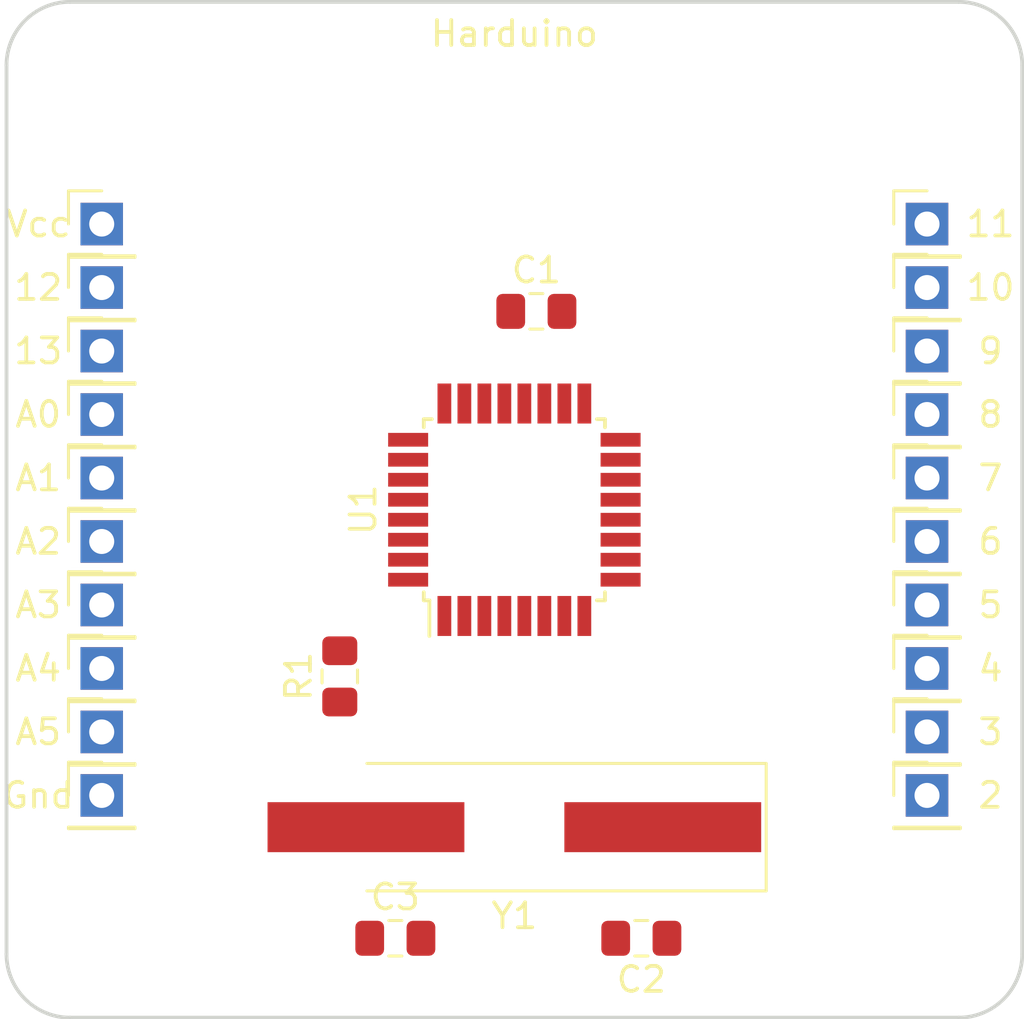
<source format=kicad_pcb>
(kicad_pcb (version 20171130) (host pcbnew "(5.1.4)-1")

  (general
    (thickness 1.6)
    (drawings 29)
    (tracks 0)
    (zones 0)
    (modules 30)
    (nets 28)
  )

  (page A4)
  (layers
    (0 F.Cu signal)
    (31 B.Cu signal)
    (32 B.Adhes user)
    (33 F.Adhes user)
    (34 B.Paste user)
    (35 F.Paste user)
    (36 B.SilkS user)
    (37 F.SilkS user)
    (38 B.Mask user)
    (39 F.Mask user)
    (40 Dwgs.User user)
    (41 Cmts.User user)
    (42 Eco1.User user)
    (43 Eco2.User user)
    (44 Edge.Cuts user)
    (45 Margin user)
    (46 B.CrtYd user)
    (47 F.CrtYd user)
    (48 B.Fab user)
    (49 F.Fab user)
  )

  (setup
    (last_trace_width 0.25)
    (trace_clearance 0.2)
    (zone_clearance 0.508)
    (zone_45_only no)
    (trace_min 0.2)
    (via_size 0.8)
    (via_drill 0.4)
    (via_min_size 0.4)
    (via_min_drill 0.3)
    (uvia_size 0.3)
    (uvia_drill 0.1)
    (uvias_allowed no)
    (uvia_min_size 0.2)
    (uvia_min_drill 0.1)
    (edge_width 0.05)
    (segment_width 0.2)
    (pcb_text_width 0.3)
    (pcb_text_size 1.5 1.5)
    (mod_edge_width 0.12)
    (mod_text_size 1 1)
    (mod_text_width 0.15)
    (pad_size 1.524 1.524)
    (pad_drill 0.762)
    (pad_to_mask_clearance 0.051)
    (solder_mask_min_width 0.25)
    (aux_axis_origin 0 0)
    (visible_elements 7FFFFFFF)
    (pcbplotparams
      (layerselection 0x010fc_ffffffff)
      (usegerberextensions false)
      (usegerberattributes false)
      (usegerberadvancedattributes false)
      (creategerberjobfile false)
      (excludeedgelayer true)
      (linewidth 0.100000)
      (plotframeref false)
      (viasonmask false)
      (mode 1)
      (useauxorigin false)
      (hpglpennumber 1)
      (hpglpenspeed 20)
      (hpglpendiameter 15.000000)
      (psnegative false)
      (psa4output false)
      (plotreference true)
      (plotvalue true)
      (plotinvisibletext false)
      (padsonsilk false)
      (subtractmaskfromsilk false)
      (outputformat 1)
      (mirror false)
      (drillshape 1)
      (scaleselection 1)
      (outputdirectory ""))
  )

  (net 0 "")
  (net 1 "Net-(J1-Pad1)")
  (net 2 "Net-(J2-Pad1)")
  (net 3 "Net-(J3-Pad1)")
  (net 4 "Net-(J4-Pad1)")
  (net 5 "Net-(J5-Pad1)")
  (net 6 "Net-(J6-Pad1)")
  (net 7 "Net-(J7-Pad1)")
  (net 8 "Net-(J8-Pad1)")
  (net 9 "Net-(J9-Pad1)")
  (net 10 "Net-(J10-Pad1)")
  (net 11 "Net-(J11-Pad1)")
  (net 12 "Net-(J12-Pad1)")
  (net 13 "Net-(J13-Pad1)")
  (net 14 "Net-(J14-Pad1)")
  (net 15 "Net-(J15-Pad1)")
  (net 16 "Net-(J16-Pad1)")
  (net 17 "Net-(J17-Pad1)")
  (net 18 "Net-(J18-Pad1)")
  (net 19 "Net-(C2-Pad1)")
  (net 20 "Net-(C3-Pad1)")
  (net 21 "Net-(R1-Pad2)")
  (net 22 "Net-(U1-Pad19)")
  (net 23 "Net-(U1-Pad22)")
  (net 24 "Net-(U1-Pad30)")
  (net 25 "Net-(U1-Pad31)")
  (net 26 GND)
  (net 27 VCC)

  (net_class Default "Это класс цепей по умолчанию."
    (clearance 0.2)
    (trace_width 0.25)
    (via_dia 0.8)
    (via_drill 0.4)
    (uvia_dia 0.3)
    (uvia_drill 0.1)
    (add_net GND)
    (add_net "Net-(C2-Pad1)")
    (add_net "Net-(C3-Pad1)")
    (add_net "Net-(J1-Pad1)")
    (add_net "Net-(J10-Pad1)")
    (add_net "Net-(J11-Pad1)")
    (add_net "Net-(J12-Pad1)")
    (add_net "Net-(J13-Pad1)")
    (add_net "Net-(J14-Pad1)")
    (add_net "Net-(J15-Pad1)")
    (add_net "Net-(J16-Pad1)")
    (add_net "Net-(J17-Pad1)")
    (add_net "Net-(J18-Pad1)")
    (add_net "Net-(J2-Pad1)")
    (add_net "Net-(J3-Pad1)")
    (add_net "Net-(J4-Pad1)")
    (add_net "Net-(J5-Pad1)")
    (add_net "Net-(J6-Pad1)")
    (add_net "Net-(J7-Pad1)")
    (add_net "Net-(J8-Pad1)")
    (add_net "Net-(J9-Pad1)")
    (add_net "Net-(R1-Pad2)")
    (add_net "Net-(U1-Pad19)")
    (add_net "Net-(U1-Pad22)")
    (add_net "Net-(U1-Pad30)")
    (add_net "Net-(U1-Pad31)")
    (add_net VCC)
  )

  (module MountingHole:MountingHole_3.2mm_M3 (layer F.Cu) (tedit 56D1B4CB) (tstamp 5D79781E)
    (at 92.71 54.61)
    (descr "Mounting Hole 3.2mm, no annular, M3")
    (tags "mounting hole 3.2mm no annular m3")
    (path /5D791BF4)
    (attr virtual)
    (fp_text reference H1 (at -3.81 -4.2) (layer F.SilkS) hide
      (effects (font (size 1 1) (thickness 0.15)))
    )
    (fp_text value MountingHole (at 2.54 -5.08) (layer F.Fab) hide
      (effects (font (size 1 1) (thickness 0.15)))
    )
    (fp_circle (center 0 0) (end 3.45 0) (layer F.CrtYd) (width 0.05))
    (fp_circle (center 0 0) (end 3.2 0) (layer Cmts.User) (width 0.15))
    (fp_text user %R (at 0.3 0) (layer F.Fab)
      (effects (font (size 1 1) (thickness 0.15)))
    )
    (pad 1 np_thru_hole circle (at 0 0) (size 3.2 3.2) (drill 3.2) (layers *.Cu *.Mask))
  )

  (module MountingHole:MountingHole_3.2mm_M3 (layer F.Cu) (tedit 56D1B4CB) (tstamp 5D797826)
    (at 92.71 87.63)
    (descr "Mounting Hole 3.2mm, no annular, M3")
    (tags "mounting hole 3.2mm no annular m3")
    (path /5D793188)
    (attr virtual)
    (fp_text reference H2 (at -3.81 3.81) (layer F.SilkS) hide
      (effects (font (size 1 1) (thickness 0.15)))
    )
    (fp_text value MountingHole (at 3.81 5.08) (layer F.Fab) hide
      (effects (font (size 1 1) (thickness 0.15)))
    )
    (fp_text user %R (at 0.3 0) (layer F.Fab)
      (effects (font (size 1 1) (thickness 0.15)))
    )
    (fp_circle (center 0 0) (end 3.2 0) (layer Cmts.User) (width 0.15))
    (fp_circle (center 0 0) (end 3.45 0) (layer F.CrtYd) (width 0.05))
    (pad 1 np_thru_hole circle (at 0 0) (size 3.2 3.2) (drill 3.2) (layers *.Cu *.Mask))
  )

  (module MountingHole:MountingHole_3.2mm_M3 (layer F.Cu) (tedit 56D1B4CB) (tstamp 5D79782E)
    (at 125.73 54.61)
    (descr "Mounting Hole 3.2mm, no annular, M3")
    (tags "mounting hole 3.2mm no annular m3")
    (path /5D793224)
    (attr virtual)
    (fp_text reference H3 (at 3.81 -3.81) (layer F.SilkS) hide
      (effects (font (size 1 1) (thickness 0.15)))
    )
    (fp_text value MountingHole (at -2.54 -5.08) (layer F.Fab) hide
      (effects (font (size 1 1) (thickness 0.15)))
    )
    (fp_circle (center 0 0) (end 3.45 0) (layer F.CrtYd) (width 0.05))
    (fp_circle (center 0 0) (end 3.2 0) (layer Cmts.User) (width 0.15))
    (fp_text user %R (at 0.3 0) (layer F.Fab)
      (effects (font (size 1 1) (thickness 0.15)))
    )
    (pad 1 np_thru_hole circle (at 0 0) (size 3.2 3.2) (drill 3.2) (layers *.Cu *.Mask))
  )

  (module MountingHole:MountingHole_3.2mm_M3 (layer F.Cu) (tedit 56D1B4CB) (tstamp 5D797836)
    (at 125.73 87.63)
    (descr "Mounting Hole 3.2mm, no annular, M3")
    (tags "mounting hole 3.2mm no annular m3")
    (path /5D7932CC)
    (attr virtual)
    (fp_text reference H4 (at 3.81 3.81) (layer F.SilkS) hide
      (effects (font (size 1 1) (thickness 0.15)))
    )
    (fp_text value MountingHole (at -5.08 5.08) (layer F.Fab) hide
      (effects (font (size 1 1) (thickness 0.15)))
    )
    (fp_text user %R (at 0 0) (layer F.Fab)
      (effects (font (size 1 1) (thickness 0.15)))
    )
    (fp_circle (center 0 0) (end 3.2 0) (layer Cmts.User) (width 0.15))
    (fp_circle (center 0 0) (end 3.45 0) (layer F.CrtYd) (width 0.05))
    (pad 1 np_thru_hole circle (at 0 0) (size 3.2 3.2) (drill 3.2) (layers *.Cu *.Mask))
  )

  (module Connector_PinHeader_2.54mm:PinHeader_1x01_P2.54mm_Vertical (layer F.Cu) (tedit 59FED5CC) (tstamp 5D79784B)
    (at 125.73 82.55)
    (descr "Through hole straight pin header, 1x01, 2.54mm pitch, single row")
    (tags "Through hole pin header THT 1x01 2.54mm single row")
    (path /5D793457)
    (fp_text reference J1 (at -2.54 0) (layer F.SilkS) hide
      (effects (font (size 1 1) (thickness 0.15)))
    )
    (fp_text value 2 (at 2.54 0) (layer F.Fab)
      (effects (font (size 1 1) (thickness 0.15)))
    )
    (fp_text user %R (at 0 0 90) (layer F.Fab)
      (effects (font (size 1 1) (thickness 0.15)))
    )
    (fp_line (start 1.8 -1.8) (end -1.8 -1.8) (layer F.CrtYd) (width 0.05))
    (fp_line (start 1.8 1.8) (end 1.8 -1.8) (layer F.CrtYd) (width 0.05))
    (fp_line (start -1.8 1.8) (end 1.8 1.8) (layer F.CrtYd) (width 0.05))
    (fp_line (start -1.8 -1.8) (end -1.8 1.8) (layer F.CrtYd) (width 0.05))
    (fp_line (start -1.33 -1.33) (end 0 -1.33) (layer F.SilkS) (width 0.12))
    (fp_line (start -1.33 0) (end -1.33 -1.33) (layer F.SilkS) (width 0.12))
    (fp_line (start -1.33 1.27) (end 1.33 1.27) (layer F.SilkS) (width 0.12))
    (fp_line (start 1.33 1.27) (end 1.33 1.33) (layer F.SilkS) (width 0.12))
    (fp_line (start -1.33 1.27) (end -1.33 1.33) (layer F.SilkS) (width 0.12))
    (fp_line (start -1.33 1.33) (end 1.33 1.33) (layer F.SilkS) (width 0.12))
    (fp_line (start -1.27 -0.635) (end -0.635 -1.27) (layer F.Fab) (width 0.1))
    (fp_line (start -1.27 1.27) (end -1.27 -0.635) (layer F.Fab) (width 0.1))
    (fp_line (start 1.27 1.27) (end -1.27 1.27) (layer F.Fab) (width 0.1))
    (fp_line (start 1.27 -1.27) (end 1.27 1.27) (layer F.Fab) (width 0.1))
    (fp_line (start -0.635 -1.27) (end 1.27 -1.27) (layer F.Fab) (width 0.1))
    (pad 1 thru_hole rect (at 0 0) (size 1.7 1.7) (drill 1) (layers *.Cu *.Mask)
      (net 1 "Net-(J1-Pad1)"))
    (model ${KISYS3DMOD}/Connector_PinHeader_2.54mm.3dshapes/PinHeader_1x01_P2.54mm_Vertical.wrl
      (at (xyz 0 0 0))
      (scale (xyz 1 1 1))
      (rotate (xyz 0 0 0))
    )
  )

  (module Connector_PinHeader_2.54mm:PinHeader_1x01_P2.54mm_Vertical (layer F.Cu) (tedit 59FED5CC) (tstamp 5D797860)
    (at 125.73 80.01)
    (descr "Through hole straight pin header, 1x01, 2.54mm pitch, single row")
    (tags "Through hole pin header THT 1x01 2.54mm single row")
    (path /5D794940)
    (fp_text reference J2 (at -2.54 0) (layer F.SilkS) hide
      (effects (font (size 1 1) (thickness 0.15)))
    )
    (fp_text value 3 (at 2.54 0) (layer F.Fab)
      (effects (font (size 1 1) (thickness 0.15)))
    )
    (fp_line (start -0.635 -1.27) (end 1.27 -1.27) (layer F.Fab) (width 0.1))
    (fp_line (start 1.27 -1.27) (end 1.27 1.27) (layer F.Fab) (width 0.1))
    (fp_line (start 1.27 1.27) (end -1.27 1.27) (layer F.Fab) (width 0.1))
    (fp_line (start -1.27 1.27) (end -1.27 -0.635) (layer F.Fab) (width 0.1))
    (fp_line (start -1.27 -0.635) (end -0.635 -1.27) (layer F.Fab) (width 0.1))
    (fp_line (start -1.33 1.33) (end 1.33 1.33) (layer F.SilkS) (width 0.12))
    (fp_line (start -1.33 1.27) (end -1.33 1.33) (layer F.SilkS) (width 0.12))
    (fp_line (start 1.33 1.27) (end 1.33 1.33) (layer F.SilkS) (width 0.12))
    (fp_line (start -1.33 1.27) (end 1.33 1.27) (layer F.SilkS) (width 0.12))
    (fp_line (start -1.33 0) (end -1.33 -1.33) (layer F.SilkS) (width 0.12))
    (fp_line (start -1.33 -1.33) (end 0 -1.33) (layer F.SilkS) (width 0.12))
    (fp_line (start -1.8 -1.8) (end -1.8 1.8) (layer F.CrtYd) (width 0.05))
    (fp_line (start -1.8 1.8) (end 1.8 1.8) (layer F.CrtYd) (width 0.05))
    (fp_line (start 1.8 1.8) (end 1.8 -1.8) (layer F.CrtYd) (width 0.05))
    (fp_line (start 1.8 -1.8) (end -1.8 -1.8) (layer F.CrtYd) (width 0.05))
    (fp_text user %R (at 0 0 90) (layer F.Fab)
      (effects (font (size 1 1) (thickness 0.15)))
    )
    (pad 1 thru_hole rect (at 0 0) (size 1.7 1.7) (drill 1) (layers *.Cu *.Mask)
      (net 2 "Net-(J2-Pad1)"))
    (model ${KISYS3DMOD}/Connector_PinHeader_2.54mm.3dshapes/PinHeader_1x01_P2.54mm_Vertical.wrl
      (at (xyz 0 0 0))
      (scale (xyz 1 1 1))
      (rotate (xyz 0 0 0))
    )
  )

  (module Connector_PinHeader_2.54mm:PinHeader_1x01_P2.54mm_Vertical (layer F.Cu) (tedit 59FED5CC) (tstamp 5D797875)
    (at 125.73 77.47)
    (descr "Through hole straight pin header, 1x01, 2.54mm pitch, single row")
    (tags "Through hole pin header THT 1x01 2.54mm single row")
    (path /5D794B32)
    (fp_text reference J3 (at -2.54 0) (layer F.SilkS) hide
      (effects (font (size 1 1) (thickness 0.15)))
    )
    (fp_text value 4 (at 2.54 0) (layer F.Fab)
      (effects (font (size 1 1) (thickness 0.15)))
    )
    (fp_text user %R (at 0 0 90) (layer F.Fab)
      (effects (font (size 1 1) (thickness 0.15)))
    )
    (fp_line (start 1.8 -1.8) (end -1.8 -1.8) (layer F.CrtYd) (width 0.05))
    (fp_line (start 1.8 1.8) (end 1.8 -1.8) (layer F.CrtYd) (width 0.05))
    (fp_line (start -1.8 1.8) (end 1.8 1.8) (layer F.CrtYd) (width 0.05))
    (fp_line (start -1.8 -1.8) (end -1.8 1.8) (layer F.CrtYd) (width 0.05))
    (fp_line (start -1.33 -1.33) (end 0 -1.33) (layer F.SilkS) (width 0.12))
    (fp_line (start -1.33 0) (end -1.33 -1.33) (layer F.SilkS) (width 0.12))
    (fp_line (start -1.33 1.27) (end 1.33 1.27) (layer F.SilkS) (width 0.12))
    (fp_line (start 1.33 1.27) (end 1.33 1.33) (layer F.SilkS) (width 0.12))
    (fp_line (start -1.33 1.27) (end -1.33 1.33) (layer F.SilkS) (width 0.12))
    (fp_line (start -1.33 1.33) (end 1.33 1.33) (layer F.SilkS) (width 0.12))
    (fp_line (start -1.27 -0.635) (end -0.635 -1.27) (layer F.Fab) (width 0.1))
    (fp_line (start -1.27 1.27) (end -1.27 -0.635) (layer F.Fab) (width 0.1))
    (fp_line (start 1.27 1.27) (end -1.27 1.27) (layer F.Fab) (width 0.1))
    (fp_line (start 1.27 -1.27) (end 1.27 1.27) (layer F.Fab) (width 0.1))
    (fp_line (start -0.635 -1.27) (end 1.27 -1.27) (layer F.Fab) (width 0.1))
    (pad 1 thru_hole rect (at 0 0) (size 1.7 1.7) (drill 1) (layers *.Cu *.Mask)
      (net 3 "Net-(J3-Pad1)"))
    (model ${KISYS3DMOD}/Connector_PinHeader_2.54mm.3dshapes/PinHeader_1x01_P2.54mm_Vertical.wrl
      (at (xyz 0 0 0))
      (scale (xyz 1 1 1))
      (rotate (xyz 0 0 0))
    )
  )

  (module Connector_PinHeader_2.54mm:PinHeader_1x01_P2.54mm_Vertical (layer F.Cu) (tedit 59FED5CC) (tstamp 5D79788A)
    (at 125.73 74.93)
    (descr "Through hole straight pin header, 1x01, 2.54mm pitch, single row")
    (tags "Through hole pin header THT 1x01 2.54mm single row")
    (path /5D794C66)
    (fp_text reference J4 (at -2.54 0) (layer F.SilkS) hide
      (effects (font (size 1 1) (thickness 0.15)))
    )
    (fp_text value 5 (at 2.54 0) (layer F.Fab)
      (effects (font (size 1 1) (thickness 0.15)))
    )
    (fp_line (start -0.635 -1.27) (end 1.27 -1.27) (layer F.Fab) (width 0.1))
    (fp_line (start 1.27 -1.27) (end 1.27 1.27) (layer F.Fab) (width 0.1))
    (fp_line (start 1.27 1.27) (end -1.27 1.27) (layer F.Fab) (width 0.1))
    (fp_line (start -1.27 1.27) (end -1.27 -0.635) (layer F.Fab) (width 0.1))
    (fp_line (start -1.27 -0.635) (end -0.635 -1.27) (layer F.Fab) (width 0.1))
    (fp_line (start -1.33 1.33) (end 1.33 1.33) (layer F.SilkS) (width 0.12))
    (fp_line (start -1.33 1.27) (end -1.33 1.33) (layer F.SilkS) (width 0.12))
    (fp_line (start 1.33 1.27) (end 1.33 1.33) (layer F.SilkS) (width 0.12))
    (fp_line (start -1.33 1.27) (end 1.33 1.27) (layer F.SilkS) (width 0.12))
    (fp_line (start -1.33 0) (end -1.33 -1.33) (layer F.SilkS) (width 0.12))
    (fp_line (start -1.33 -1.33) (end 0 -1.33) (layer F.SilkS) (width 0.12))
    (fp_line (start -1.8 -1.8) (end -1.8 1.8) (layer F.CrtYd) (width 0.05))
    (fp_line (start -1.8 1.8) (end 1.8 1.8) (layer F.CrtYd) (width 0.05))
    (fp_line (start 1.8 1.8) (end 1.8 -1.8) (layer F.CrtYd) (width 0.05))
    (fp_line (start 1.8 -1.8) (end -1.8 -1.8) (layer F.CrtYd) (width 0.05))
    (fp_text user %R (at 0 0 90) (layer F.Fab)
      (effects (font (size 1 1) (thickness 0.15)))
    )
    (pad 1 thru_hole rect (at 0 0) (size 1.7 1.7) (drill 1) (layers *.Cu *.Mask)
      (net 4 "Net-(J4-Pad1)"))
    (model ${KISYS3DMOD}/Connector_PinHeader_2.54mm.3dshapes/PinHeader_1x01_P2.54mm_Vertical.wrl
      (at (xyz 0 0 0))
      (scale (xyz 1 1 1))
      (rotate (xyz 0 0 0))
    )
  )

  (module Connector_PinHeader_2.54mm:PinHeader_1x01_P2.54mm_Vertical (layer F.Cu) (tedit 59FED5CC) (tstamp 5D79789F)
    (at 125.73 72.39)
    (descr "Through hole straight pin header, 1x01, 2.54mm pitch, single row")
    (tags "Through hole pin header THT 1x01 2.54mm single row")
    (path /5D794EF4)
    (fp_text reference J5 (at -2.54 0) (layer F.SilkS) hide
      (effects (font (size 1 1) (thickness 0.15)))
    )
    (fp_text value 6 (at 2.54 0) (layer F.Fab)
      (effects (font (size 1 1) (thickness 0.15)))
    )
    (fp_text user %R (at 0 0 90) (layer F.Fab)
      (effects (font (size 1 1) (thickness 0.15)))
    )
    (fp_line (start 1.8 -1.8) (end -1.8 -1.8) (layer F.CrtYd) (width 0.05))
    (fp_line (start 1.8 1.8) (end 1.8 -1.8) (layer F.CrtYd) (width 0.05))
    (fp_line (start -1.8 1.8) (end 1.8 1.8) (layer F.CrtYd) (width 0.05))
    (fp_line (start -1.8 -1.8) (end -1.8 1.8) (layer F.CrtYd) (width 0.05))
    (fp_line (start -1.33 -1.33) (end 0 -1.33) (layer F.SilkS) (width 0.12))
    (fp_line (start -1.33 0) (end -1.33 -1.33) (layer F.SilkS) (width 0.12))
    (fp_line (start -1.33 1.27) (end 1.33 1.27) (layer F.SilkS) (width 0.12))
    (fp_line (start 1.33 1.27) (end 1.33 1.33) (layer F.SilkS) (width 0.12))
    (fp_line (start -1.33 1.27) (end -1.33 1.33) (layer F.SilkS) (width 0.12))
    (fp_line (start -1.33 1.33) (end 1.33 1.33) (layer F.SilkS) (width 0.12))
    (fp_line (start -1.27 -0.635) (end -0.635 -1.27) (layer F.Fab) (width 0.1))
    (fp_line (start -1.27 1.27) (end -1.27 -0.635) (layer F.Fab) (width 0.1))
    (fp_line (start 1.27 1.27) (end -1.27 1.27) (layer F.Fab) (width 0.1))
    (fp_line (start 1.27 -1.27) (end 1.27 1.27) (layer F.Fab) (width 0.1))
    (fp_line (start -0.635 -1.27) (end 1.27 -1.27) (layer F.Fab) (width 0.1))
    (pad 1 thru_hole rect (at 0 0) (size 1.7 1.7) (drill 1) (layers *.Cu *.Mask)
      (net 5 "Net-(J5-Pad1)"))
    (model ${KISYS3DMOD}/Connector_PinHeader_2.54mm.3dshapes/PinHeader_1x01_P2.54mm_Vertical.wrl
      (at (xyz 0 0 0))
      (scale (xyz 1 1 1))
      (rotate (xyz 0 0 0))
    )
  )

  (module Connector_PinHeader_2.54mm:PinHeader_1x01_P2.54mm_Vertical (layer F.Cu) (tedit 59FED5CC) (tstamp 5D7978B4)
    (at 125.73 69.85)
    (descr "Through hole straight pin header, 1x01, 2.54mm pitch, single row")
    (tags "Through hole pin header THT 1x01 2.54mm single row")
    (path /5D795168)
    (fp_text reference J6 (at -2.54 0) (layer F.SilkS) hide
      (effects (font (size 1 1) (thickness 0.15)))
    )
    (fp_text value 7 (at 2.54 0) (layer F.Fab)
      (effects (font (size 1 1) (thickness 0.15)))
    )
    (fp_line (start -0.635 -1.27) (end 1.27 -1.27) (layer F.Fab) (width 0.1))
    (fp_line (start 1.27 -1.27) (end 1.27 1.27) (layer F.Fab) (width 0.1))
    (fp_line (start 1.27 1.27) (end -1.27 1.27) (layer F.Fab) (width 0.1))
    (fp_line (start -1.27 1.27) (end -1.27 -0.635) (layer F.Fab) (width 0.1))
    (fp_line (start -1.27 -0.635) (end -0.635 -1.27) (layer F.Fab) (width 0.1))
    (fp_line (start -1.33 1.33) (end 1.33 1.33) (layer F.SilkS) (width 0.12))
    (fp_line (start -1.33 1.27) (end -1.33 1.33) (layer F.SilkS) (width 0.12))
    (fp_line (start 1.33 1.27) (end 1.33 1.33) (layer F.SilkS) (width 0.12))
    (fp_line (start -1.33 1.27) (end 1.33 1.27) (layer F.SilkS) (width 0.12))
    (fp_line (start -1.33 0) (end -1.33 -1.33) (layer F.SilkS) (width 0.12))
    (fp_line (start -1.33 -1.33) (end 0 -1.33) (layer F.SilkS) (width 0.12))
    (fp_line (start -1.8 -1.8) (end -1.8 1.8) (layer F.CrtYd) (width 0.05))
    (fp_line (start -1.8 1.8) (end 1.8 1.8) (layer F.CrtYd) (width 0.05))
    (fp_line (start 1.8 1.8) (end 1.8 -1.8) (layer F.CrtYd) (width 0.05))
    (fp_line (start 1.8 -1.8) (end -1.8 -1.8) (layer F.CrtYd) (width 0.05))
    (fp_text user %R (at 0 0 90) (layer F.Fab)
      (effects (font (size 1 1) (thickness 0.15)))
    )
    (pad 1 thru_hole rect (at 0 0) (size 1.7 1.7) (drill 1) (layers *.Cu *.Mask)
      (net 6 "Net-(J6-Pad1)"))
    (model ${KISYS3DMOD}/Connector_PinHeader_2.54mm.3dshapes/PinHeader_1x01_P2.54mm_Vertical.wrl
      (at (xyz 0 0 0))
      (scale (xyz 1 1 1))
      (rotate (xyz 0 0 0))
    )
  )

  (module Connector_PinHeader_2.54mm:PinHeader_1x01_P2.54mm_Vertical (layer F.Cu) (tedit 59FED5CC) (tstamp 5D7978C9)
    (at 125.73 67.31)
    (descr "Through hole straight pin header, 1x01, 2.54mm pitch, single row")
    (tags "Through hole pin header THT 1x01 2.54mm single row")
    (path /5D795340)
    (fp_text reference J7 (at -2.54 0) (layer F.SilkS) hide
      (effects (font (size 1 1) (thickness 0.15)))
    )
    (fp_text value 8 (at 2.54 0) (layer F.Fab)
      (effects (font (size 1 1) (thickness 0.15)))
    )
    (fp_text user %R (at 0 0 90) (layer F.Fab)
      (effects (font (size 1 1) (thickness 0.15)))
    )
    (fp_line (start 1.8 -1.8) (end -1.8 -1.8) (layer F.CrtYd) (width 0.05))
    (fp_line (start 1.8 1.8) (end 1.8 -1.8) (layer F.CrtYd) (width 0.05))
    (fp_line (start -1.8 1.8) (end 1.8 1.8) (layer F.CrtYd) (width 0.05))
    (fp_line (start -1.8 -1.8) (end -1.8 1.8) (layer F.CrtYd) (width 0.05))
    (fp_line (start -1.33 -1.33) (end 0 -1.33) (layer F.SilkS) (width 0.12))
    (fp_line (start -1.33 0) (end -1.33 -1.33) (layer F.SilkS) (width 0.12))
    (fp_line (start -1.33 1.27) (end 1.33 1.27) (layer F.SilkS) (width 0.12))
    (fp_line (start 1.33 1.27) (end 1.33 1.33) (layer F.SilkS) (width 0.12))
    (fp_line (start -1.33 1.27) (end -1.33 1.33) (layer F.SilkS) (width 0.12))
    (fp_line (start -1.33 1.33) (end 1.33 1.33) (layer F.SilkS) (width 0.12))
    (fp_line (start -1.27 -0.635) (end -0.635 -1.27) (layer F.Fab) (width 0.1))
    (fp_line (start -1.27 1.27) (end -1.27 -0.635) (layer F.Fab) (width 0.1))
    (fp_line (start 1.27 1.27) (end -1.27 1.27) (layer F.Fab) (width 0.1))
    (fp_line (start 1.27 -1.27) (end 1.27 1.27) (layer F.Fab) (width 0.1))
    (fp_line (start -0.635 -1.27) (end 1.27 -1.27) (layer F.Fab) (width 0.1))
    (pad 1 thru_hole rect (at 0 0) (size 1.7 1.7) (drill 1) (layers *.Cu *.Mask)
      (net 7 "Net-(J7-Pad1)"))
    (model ${KISYS3DMOD}/Connector_PinHeader_2.54mm.3dshapes/PinHeader_1x01_P2.54mm_Vertical.wrl
      (at (xyz 0 0 0))
      (scale (xyz 1 1 1))
      (rotate (xyz 0 0 0))
    )
  )

  (module Connector_PinHeader_2.54mm:PinHeader_1x01_P2.54mm_Vertical (layer F.Cu) (tedit 59FED5CC) (tstamp 5D7978DE)
    (at 125.73 64.77)
    (descr "Through hole straight pin header, 1x01, 2.54mm pitch, single row")
    (tags "Through hole pin header THT 1x01 2.54mm single row")
    (path /5D7955DE)
    (fp_text reference J8 (at -2.54 0) (layer F.SilkS) hide
      (effects (font (size 1 1) (thickness 0.15)))
    )
    (fp_text value 9 (at 2.54 0) (layer F.Fab)
      (effects (font (size 1 1) (thickness 0.15)))
    )
    (fp_line (start -0.635 -1.27) (end 1.27 -1.27) (layer F.Fab) (width 0.1))
    (fp_line (start 1.27 -1.27) (end 1.27 1.27) (layer F.Fab) (width 0.1))
    (fp_line (start 1.27 1.27) (end -1.27 1.27) (layer F.Fab) (width 0.1))
    (fp_line (start -1.27 1.27) (end -1.27 -0.635) (layer F.Fab) (width 0.1))
    (fp_line (start -1.27 -0.635) (end -0.635 -1.27) (layer F.Fab) (width 0.1))
    (fp_line (start -1.33 1.33) (end 1.33 1.33) (layer F.SilkS) (width 0.12))
    (fp_line (start -1.33 1.27) (end -1.33 1.33) (layer F.SilkS) (width 0.12))
    (fp_line (start 1.33 1.27) (end 1.33 1.33) (layer F.SilkS) (width 0.12))
    (fp_line (start -1.33 1.27) (end 1.33 1.27) (layer F.SilkS) (width 0.12))
    (fp_line (start -1.33 0) (end -1.33 -1.33) (layer F.SilkS) (width 0.12))
    (fp_line (start -1.33 -1.33) (end 0 -1.33) (layer F.SilkS) (width 0.12))
    (fp_line (start -1.8 -1.8) (end -1.8 1.8) (layer F.CrtYd) (width 0.05))
    (fp_line (start -1.8 1.8) (end 1.8 1.8) (layer F.CrtYd) (width 0.05))
    (fp_line (start 1.8 1.8) (end 1.8 -1.8) (layer F.CrtYd) (width 0.05))
    (fp_line (start 1.8 -1.8) (end -1.8 -1.8) (layer F.CrtYd) (width 0.05))
    (fp_text user %R (at 0 0 90) (layer F.Fab)
      (effects (font (size 1 1) (thickness 0.15)))
    )
    (pad 1 thru_hole rect (at 0 0) (size 1.7 1.7) (drill 1) (layers *.Cu *.Mask)
      (net 8 "Net-(J8-Pad1)"))
    (model ${KISYS3DMOD}/Connector_PinHeader_2.54mm.3dshapes/PinHeader_1x01_P2.54mm_Vertical.wrl
      (at (xyz 0 0 0))
      (scale (xyz 1 1 1))
      (rotate (xyz 0 0 0))
    )
  )

  (module Connector_PinHeader_2.54mm:PinHeader_1x01_P2.54mm_Vertical (layer F.Cu) (tedit 59FED5CC) (tstamp 5D7978F3)
    (at 125.73 62.23)
    (descr "Through hole straight pin header, 1x01, 2.54mm pitch, single row")
    (tags "Through hole pin header THT 1x01 2.54mm single row")
    (path /5D7957DA)
    (fp_text reference J9 (at -2.54 0) (layer F.SilkS) hide
      (effects (font (size 1 1) (thickness 0.15)))
    )
    (fp_text value 10 (at 2.54 0) (layer F.Fab)
      (effects (font (size 1 1) (thickness 0.15)))
    )
    (fp_text user %R (at 0 0 90) (layer F.Fab)
      (effects (font (size 1 1) (thickness 0.15)))
    )
    (fp_line (start 1.8 -1.8) (end -1.8 -1.8) (layer F.CrtYd) (width 0.05))
    (fp_line (start 1.8 1.8) (end 1.8 -1.8) (layer F.CrtYd) (width 0.05))
    (fp_line (start -1.8 1.8) (end 1.8 1.8) (layer F.CrtYd) (width 0.05))
    (fp_line (start -1.8 -1.8) (end -1.8 1.8) (layer F.CrtYd) (width 0.05))
    (fp_line (start -1.33 -1.33) (end 0 -1.33) (layer F.SilkS) (width 0.12))
    (fp_line (start -1.33 0) (end -1.33 -1.33) (layer F.SilkS) (width 0.12))
    (fp_line (start -1.33 1.27) (end 1.33 1.27) (layer F.SilkS) (width 0.12))
    (fp_line (start 1.33 1.27) (end 1.33 1.33) (layer F.SilkS) (width 0.12))
    (fp_line (start -1.33 1.27) (end -1.33 1.33) (layer F.SilkS) (width 0.12))
    (fp_line (start -1.33 1.33) (end 1.33 1.33) (layer F.SilkS) (width 0.12))
    (fp_line (start -1.27 -0.635) (end -0.635 -1.27) (layer F.Fab) (width 0.1))
    (fp_line (start -1.27 1.27) (end -1.27 -0.635) (layer F.Fab) (width 0.1))
    (fp_line (start 1.27 1.27) (end -1.27 1.27) (layer F.Fab) (width 0.1))
    (fp_line (start 1.27 -1.27) (end 1.27 1.27) (layer F.Fab) (width 0.1))
    (fp_line (start -0.635 -1.27) (end 1.27 -1.27) (layer F.Fab) (width 0.1))
    (pad 1 thru_hole rect (at 0 0) (size 1.7 1.7) (drill 1) (layers *.Cu *.Mask)
      (net 9 "Net-(J9-Pad1)"))
    (model ${KISYS3DMOD}/Connector_PinHeader_2.54mm.3dshapes/PinHeader_1x01_P2.54mm_Vertical.wrl
      (at (xyz 0 0 0))
      (scale (xyz 1 1 1))
      (rotate (xyz 0 0 0))
    )
  )

  (module Connector_PinHeader_2.54mm:PinHeader_1x01_P2.54mm_Vertical (layer F.Cu) (tedit 59FED5CC) (tstamp 5D797908)
    (at 125.73 59.69)
    (descr "Through hole straight pin header, 1x01, 2.54mm pitch, single row")
    (tags "Through hole pin header THT 1x01 2.54mm single row")
    (path /5D795810)
    (fp_text reference J10 (at -2.54 0) (layer F.SilkS) hide
      (effects (font (size 1 1) (thickness 0.15)))
    )
    (fp_text value 11 (at 2.54 0) (layer F.Fab)
      (effects (font (size 1 1) (thickness 0.15)))
    )
    (fp_line (start -0.635 -1.27) (end 1.27 -1.27) (layer F.Fab) (width 0.1))
    (fp_line (start 1.27 -1.27) (end 1.27 1.27) (layer F.Fab) (width 0.1))
    (fp_line (start 1.27 1.27) (end -1.27 1.27) (layer F.Fab) (width 0.1))
    (fp_line (start -1.27 1.27) (end -1.27 -0.635) (layer F.Fab) (width 0.1))
    (fp_line (start -1.27 -0.635) (end -0.635 -1.27) (layer F.Fab) (width 0.1))
    (fp_line (start -1.33 1.33) (end 1.33 1.33) (layer F.SilkS) (width 0.12))
    (fp_line (start -1.33 1.27) (end -1.33 1.33) (layer F.SilkS) (width 0.12))
    (fp_line (start 1.33 1.27) (end 1.33 1.33) (layer F.SilkS) (width 0.12))
    (fp_line (start -1.33 1.27) (end 1.33 1.27) (layer F.SilkS) (width 0.12))
    (fp_line (start -1.33 0) (end -1.33 -1.33) (layer F.SilkS) (width 0.12))
    (fp_line (start -1.33 -1.33) (end 0 -1.33) (layer F.SilkS) (width 0.12))
    (fp_line (start -1.8 -1.8) (end -1.8 1.8) (layer F.CrtYd) (width 0.05))
    (fp_line (start -1.8 1.8) (end 1.8 1.8) (layer F.CrtYd) (width 0.05))
    (fp_line (start 1.8 1.8) (end 1.8 -1.8) (layer F.CrtYd) (width 0.05))
    (fp_line (start 1.8 -1.8) (end -1.8 -1.8) (layer F.CrtYd) (width 0.05))
    (fp_text user %R (at 0 0 90) (layer F.Fab)
      (effects (font (size 1 1) (thickness 0.15)))
    )
    (pad 1 thru_hole rect (at 0 0) (size 1.7 1.7) (drill 1) (layers *.Cu *.Mask)
      (net 10 "Net-(J10-Pad1)"))
    (model ${KISYS3DMOD}/Connector_PinHeader_2.54mm.3dshapes/PinHeader_1x01_P2.54mm_Vertical.wrl
      (at (xyz 0 0 0))
      (scale (xyz 1 1 1))
      (rotate (xyz 0 0 0))
    )
  )

  (module Connector_PinHeader_2.54mm:PinHeader_1x01_P2.54mm_Vertical (layer F.Cu) (tedit 59FED5CC) (tstamp 5D79791D)
    (at 92.71 62.23)
    (descr "Through hole straight pin header, 1x01, 2.54mm pitch, single row")
    (tags "Through hole pin header THT 1x01 2.54mm single row")
    (path /5D7959D6)
    (fp_text reference J11 (at 3.175 0) (layer F.SilkS) hide
      (effects (font (size 1 1) (thickness 0.15)))
    )
    (fp_text value 12 (at -2.54 0) (layer F.Fab)
      (effects (font (size 1 1) (thickness 0.15)))
    )
    (fp_text user %R (at 0 0 90) (layer F.Fab)
      (effects (font (size 1 1) (thickness 0.15)))
    )
    (fp_line (start 1.8 -1.8) (end -1.8 -1.8) (layer F.CrtYd) (width 0.05))
    (fp_line (start 1.8 1.8) (end 1.8 -1.8) (layer F.CrtYd) (width 0.05))
    (fp_line (start -1.8 1.8) (end 1.8 1.8) (layer F.CrtYd) (width 0.05))
    (fp_line (start -1.8 -1.8) (end -1.8 1.8) (layer F.CrtYd) (width 0.05))
    (fp_line (start -1.33 -1.33) (end 0 -1.33) (layer F.SilkS) (width 0.12))
    (fp_line (start -1.33 0) (end -1.33 -1.33) (layer F.SilkS) (width 0.12))
    (fp_line (start -1.33 1.27) (end 1.33 1.27) (layer F.SilkS) (width 0.12))
    (fp_line (start 1.33 1.27) (end 1.33 1.33) (layer F.SilkS) (width 0.12))
    (fp_line (start -1.33 1.27) (end -1.33 1.33) (layer F.SilkS) (width 0.12))
    (fp_line (start -1.33 1.33) (end 1.33 1.33) (layer F.SilkS) (width 0.12))
    (fp_line (start -1.27 -0.635) (end -0.635 -1.27) (layer F.Fab) (width 0.1))
    (fp_line (start -1.27 1.27) (end -1.27 -0.635) (layer F.Fab) (width 0.1))
    (fp_line (start 1.27 1.27) (end -1.27 1.27) (layer F.Fab) (width 0.1))
    (fp_line (start 1.27 -1.27) (end 1.27 1.27) (layer F.Fab) (width 0.1))
    (fp_line (start -0.635 -1.27) (end 1.27 -1.27) (layer F.Fab) (width 0.1))
    (pad 1 thru_hole rect (at 0 0) (size 1.7 1.7) (drill 1) (layers *.Cu *.Mask)
      (net 11 "Net-(J11-Pad1)"))
    (model ${KISYS3DMOD}/Connector_PinHeader_2.54mm.3dshapes/PinHeader_1x01_P2.54mm_Vertical.wrl
      (at (xyz 0 0 0))
      (scale (xyz 1 1 1))
      (rotate (xyz 0 0 0))
    )
  )

  (module Connector_PinHeader_2.54mm:PinHeader_1x01_P2.54mm_Vertical (layer F.Cu) (tedit 59FED5CC) (tstamp 5D797932)
    (at 92.71 64.77)
    (descr "Through hole straight pin header, 1x01, 2.54mm pitch, single row")
    (tags "Through hole pin header THT 1x01 2.54mm single row")
    (path /5D79744D)
    (fp_text reference J12 (at 3.175 0) (layer F.SilkS) hide
      (effects (font (size 1 1) (thickness 0.15)))
    )
    (fp_text value 13 (at -2.54 0) (layer F.Fab)
      (effects (font (size 1 1) (thickness 0.15)))
    )
    (fp_line (start -0.635 -1.27) (end 1.27 -1.27) (layer F.Fab) (width 0.1))
    (fp_line (start 1.27 -1.27) (end 1.27 1.27) (layer F.Fab) (width 0.1))
    (fp_line (start 1.27 1.27) (end -1.27 1.27) (layer F.Fab) (width 0.1))
    (fp_line (start -1.27 1.27) (end -1.27 -0.635) (layer F.Fab) (width 0.1))
    (fp_line (start -1.27 -0.635) (end -0.635 -1.27) (layer F.Fab) (width 0.1))
    (fp_line (start -1.33 1.33) (end 1.33 1.33) (layer F.SilkS) (width 0.12))
    (fp_line (start -1.33 1.27) (end -1.33 1.33) (layer F.SilkS) (width 0.12))
    (fp_line (start 1.33 1.27) (end 1.33 1.33) (layer F.SilkS) (width 0.12))
    (fp_line (start -1.33 1.27) (end 1.33 1.27) (layer F.SilkS) (width 0.12))
    (fp_line (start -1.33 0) (end -1.33 -1.33) (layer F.SilkS) (width 0.12))
    (fp_line (start -1.33 -1.33) (end 0 -1.33) (layer F.SilkS) (width 0.12))
    (fp_line (start -1.8 -1.8) (end -1.8 1.8) (layer F.CrtYd) (width 0.05))
    (fp_line (start -1.8 1.8) (end 1.8 1.8) (layer F.CrtYd) (width 0.05))
    (fp_line (start 1.8 1.8) (end 1.8 -1.8) (layer F.CrtYd) (width 0.05))
    (fp_line (start 1.8 -1.8) (end -1.8 -1.8) (layer F.CrtYd) (width 0.05))
    (fp_text user %R (at 0 0 90) (layer F.Fab)
      (effects (font (size 1 1) (thickness 0.15)))
    )
    (pad 1 thru_hole rect (at 0 0) (size 1.7 1.7) (drill 1) (layers *.Cu *.Mask)
      (net 12 "Net-(J12-Pad1)"))
    (model ${KISYS3DMOD}/Connector_PinHeader_2.54mm.3dshapes/PinHeader_1x01_P2.54mm_Vertical.wrl
      (at (xyz 0 0 0))
      (scale (xyz 1 1 1))
      (rotate (xyz 0 0 0))
    )
  )

  (module Connector_PinHeader_2.54mm:PinHeader_1x01_P2.54mm_Vertical (layer F.Cu) (tedit 59FED5CC) (tstamp 5D797947)
    (at 92.71 67.31)
    (descr "Through hole straight pin header, 1x01, 2.54mm pitch, single row")
    (tags "Through hole pin header THT 1x01 2.54mm single row")
    (path /5D795BCF)
    (fp_text reference J13 (at 3.175 0) (layer F.SilkS) hide
      (effects (font (size 1 1) (thickness 0.15)))
    )
    (fp_text value A0 (at -2.54 0) (layer F.Fab)
      (effects (font (size 1 1) (thickness 0.15)))
    )
    (fp_line (start -0.635 -1.27) (end 1.27 -1.27) (layer F.Fab) (width 0.1))
    (fp_line (start 1.27 -1.27) (end 1.27 1.27) (layer F.Fab) (width 0.1))
    (fp_line (start 1.27 1.27) (end -1.27 1.27) (layer F.Fab) (width 0.1))
    (fp_line (start -1.27 1.27) (end -1.27 -0.635) (layer F.Fab) (width 0.1))
    (fp_line (start -1.27 -0.635) (end -0.635 -1.27) (layer F.Fab) (width 0.1))
    (fp_line (start -1.33 1.33) (end 1.33 1.33) (layer F.SilkS) (width 0.12))
    (fp_line (start -1.33 1.27) (end -1.33 1.33) (layer F.SilkS) (width 0.12))
    (fp_line (start 1.33 1.27) (end 1.33 1.33) (layer F.SilkS) (width 0.12))
    (fp_line (start -1.33 1.27) (end 1.33 1.27) (layer F.SilkS) (width 0.12))
    (fp_line (start -1.33 0) (end -1.33 -1.33) (layer F.SilkS) (width 0.12))
    (fp_line (start -1.33 -1.33) (end 0 -1.33) (layer F.SilkS) (width 0.12))
    (fp_line (start -1.8 -1.8) (end -1.8 1.8) (layer F.CrtYd) (width 0.05))
    (fp_line (start -1.8 1.8) (end 1.8 1.8) (layer F.CrtYd) (width 0.05))
    (fp_line (start 1.8 1.8) (end 1.8 -1.8) (layer F.CrtYd) (width 0.05))
    (fp_line (start 1.8 -1.8) (end -1.8 -1.8) (layer F.CrtYd) (width 0.05))
    (fp_text user %R (at 0 0 90) (layer F.Fab)
      (effects (font (size 1 1) (thickness 0.15)))
    )
    (pad 1 thru_hole rect (at 0 0) (size 1.7 1.7) (drill 1) (layers *.Cu *.Mask)
      (net 13 "Net-(J13-Pad1)"))
    (model ${KISYS3DMOD}/Connector_PinHeader_2.54mm.3dshapes/PinHeader_1x01_P2.54mm_Vertical.wrl
      (at (xyz 0 0 0))
      (scale (xyz 1 1 1))
      (rotate (xyz 0 0 0))
    )
  )

  (module Connector_PinHeader_2.54mm:PinHeader_1x01_P2.54mm_Vertical (layer F.Cu) (tedit 59FED5CC) (tstamp 5D79795C)
    (at 92.71 69.85)
    (descr "Through hole straight pin header, 1x01, 2.54mm pitch, single row")
    (tags "Through hole pin header THT 1x01 2.54mm single row")
    (path /5D7961B8)
    (fp_text reference J14 (at 3.175 0) (layer F.SilkS) hide
      (effects (font (size 1 1) (thickness 0.15)))
    )
    (fp_text value A1 (at -2.54 0) (layer F.Fab)
      (effects (font (size 1 1) (thickness 0.15)))
    )
    (fp_text user %R (at 0 0 90) (layer F.Fab)
      (effects (font (size 1 1) (thickness 0.15)))
    )
    (fp_line (start 1.8 -1.8) (end -1.8 -1.8) (layer F.CrtYd) (width 0.05))
    (fp_line (start 1.8 1.8) (end 1.8 -1.8) (layer F.CrtYd) (width 0.05))
    (fp_line (start -1.8 1.8) (end 1.8 1.8) (layer F.CrtYd) (width 0.05))
    (fp_line (start -1.8 -1.8) (end -1.8 1.8) (layer F.CrtYd) (width 0.05))
    (fp_line (start -1.33 -1.33) (end 0 -1.33) (layer F.SilkS) (width 0.12))
    (fp_line (start -1.33 0) (end -1.33 -1.33) (layer F.SilkS) (width 0.12))
    (fp_line (start -1.33 1.27) (end 1.33 1.27) (layer F.SilkS) (width 0.12))
    (fp_line (start 1.33 1.27) (end 1.33 1.33) (layer F.SilkS) (width 0.12))
    (fp_line (start -1.33 1.27) (end -1.33 1.33) (layer F.SilkS) (width 0.12))
    (fp_line (start -1.33 1.33) (end 1.33 1.33) (layer F.SilkS) (width 0.12))
    (fp_line (start -1.27 -0.635) (end -0.635 -1.27) (layer F.Fab) (width 0.1))
    (fp_line (start -1.27 1.27) (end -1.27 -0.635) (layer F.Fab) (width 0.1))
    (fp_line (start 1.27 1.27) (end -1.27 1.27) (layer F.Fab) (width 0.1))
    (fp_line (start 1.27 -1.27) (end 1.27 1.27) (layer F.Fab) (width 0.1))
    (fp_line (start -0.635 -1.27) (end 1.27 -1.27) (layer F.Fab) (width 0.1))
    (pad 1 thru_hole rect (at 0 0) (size 1.7 1.7) (drill 1) (layers *.Cu *.Mask)
      (net 14 "Net-(J14-Pad1)"))
    (model ${KISYS3DMOD}/Connector_PinHeader_2.54mm.3dshapes/PinHeader_1x01_P2.54mm_Vertical.wrl
      (at (xyz 0 0 0))
      (scale (xyz 1 1 1))
      (rotate (xyz 0 0 0))
    )
  )

  (module Connector_PinHeader_2.54mm:PinHeader_1x01_P2.54mm_Vertical (layer F.Cu) (tedit 59FED5CC) (tstamp 5D797971)
    (at 92.71 72.39)
    (descr "Through hole straight pin header, 1x01, 2.54mm pitch, single row")
    (tags "Through hole pin header THT 1x01 2.54mm single row")
    (path /5D7963EC)
    (fp_text reference J15 (at 3.175 0) (layer F.SilkS) hide
      (effects (font (size 1 1) (thickness 0.15)))
    )
    (fp_text value A2 (at -2.54 0) (layer F.Fab)
      (effects (font (size 1 1) (thickness 0.15)))
    )
    (fp_line (start -0.635 -1.27) (end 1.27 -1.27) (layer F.Fab) (width 0.1))
    (fp_line (start 1.27 -1.27) (end 1.27 1.27) (layer F.Fab) (width 0.1))
    (fp_line (start 1.27 1.27) (end -1.27 1.27) (layer F.Fab) (width 0.1))
    (fp_line (start -1.27 1.27) (end -1.27 -0.635) (layer F.Fab) (width 0.1))
    (fp_line (start -1.27 -0.635) (end -0.635 -1.27) (layer F.Fab) (width 0.1))
    (fp_line (start -1.33 1.33) (end 1.33 1.33) (layer F.SilkS) (width 0.12))
    (fp_line (start -1.33 1.27) (end -1.33 1.33) (layer F.SilkS) (width 0.12))
    (fp_line (start 1.33 1.27) (end 1.33 1.33) (layer F.SilkS) (width 0.12))
    (fp_line (start -1.33 1.27) (end 1.33 1.27) (layer F.SilkS) (width 0.12))
    (fp_line (start -1.33 0) (end -1.33 -1.33) (layer F.SilkS) (width 0.12))
    (fp_line (start -1.33 -1.33) (end 0 -1.33) (layer F.SilkS) (width 0.12))
    (fp_line (start -1.8 -1.8) (end -1.8 1.8) (layer F.CrtYd) (width 0.05))
    (fp_line (start -1.8 1.8) (end 1.8 1.8) (layer F.CrtYd) (width 0.05))
    (fp_line (start 1.8 1.8) (end 1.8 -1.8) (layer F.CrtYd) (width 0.05))
    (fp_line (start 1.8 -1.8) (end -1.8 -1.8) (layer F.CrtYd) (width 0.05))
    (fp_text user %R (at 0 0 90) (layer F.Fab)
      (effects (font (size 1 1) (thickness 0.15)))
    )
    (pad 1 thru_hole rect (at 0 0) (size 1.7 1.7) (drill 1) (layers *.Cu *.Mask)
      (net 15 "Net-(J15-Pad1)"))
    (model ${KISYS3DMOD}/Connector_PinHeader_2.54mm.3dshapes/PinHeader_1x01_P2.54mm_Vertical.wrl
      (at (xyz 0 0 0))
      (scale (xyz 1 1 1))
      (rotate (xyz 0 0 0))
    )
  )

  (module Connector_PinHeader_2.54mm:PinHeader_1x01_P2.54mm_Vertical (layer F.Cu) (tedit 59FED5CC) (tstamp 5D797986)
    (at 92.71 74.93)
    (descr "Through hole straight pin header, 1x01, 2.54mm pitch, single row")
    (tags "Through hole pin header THT 1x01 2.54mm single row")
    (path /5D7965E2)
    (fp_text reference J16 (at 3.175 0) (layer F.SilkS) hide
      (effects (font (size 1 1) (thickness 0.15)))
    )
    (fp_text value A3 (at -2.54 0) (layer F.Fab)
      (effects (font (size 1 1) (thickness 0.15)))
    )
    (fp_text user %R (at 0 0 90) (layer F.Fab)
      (effects (font (size 1 1) (thickness 0.15)))
    )
    (fp_line (start 1.8 -1.8) (end -1.8 -1.8) (layer F.CrtYd) (width 0.05))
    (fp_line (start 1.8 1.8) (end 1.8 -1.8) (layer F.CrtYd) (width 0.05))
    (fp_line (start -1.8 1.8) (end 1.8 1.8) (layer F.CrtYd) (width 0.05))
    (fp_line (start -1.8 -1.8) (end -1.8 1.8) (layer F.CrtYd) (width 0.05))
    (fp_line (start -1.33 -1.33) (end 0 -1.33) (layer F.SilkS) (width 0.12))
    (fp_line (start -1.33 0) (end -1.33 -1.33) (layer F.SilkS) (width 0.12))
    (fp_line (start -1.33 1.27) (end 1.33 1.27) (layer F.SilkS) (width 0.12))
    (fp_line (start 1.33 1.27) (end 1.33 1.33) (layer F.SilkS) (width 0.12))
    (fp_line (start -1.33 1.27) (end -1.33 1.33) (layer F.SilkS) (width 0.12))
    (fp_line (start -1.33 1.33) (end 1.33 1.33) (layer F.SilkS) (width 0.12))
    (fp_line (start -1.27 -0.635) (end -0.635 -1.27) (layer F.Fab) (width 0.1))
    (fp_line (start -1.27 1.27) (end -1.27 -0.635) (layer F.Fab) (width 0.1))
    (fp_line (start 1.27 1.27) (end -1.27 1.27) (layer F.Fab) (width 0.1))
    (fp_line (start 1.27 -1.27) (end 1.27 1.27) (layer F.Fab) (width 0.1))
    (fp_line (start -0.635 -1.27) (end 1.27 -1.27) (layer F.Fab) (width 0.1))
    (pad 1 thru_hole rect (at 0 0) (size 1.7 1.7) (drill 1) (layers *.Cu *.Mask)
      (net 16 "Net-(J16-Pad1)"))
    (model ${KISYS3DMOD}/Connector_PinHeader_2.54mm.3dshapes/PinHeader_1x01_P2.54mm_Vertical.wrl
      (at (xyz 0 0 0))
      (scale (xyz 1 1 1))
      (rotate (xyz 0 0 0))
    )
  )

  (module Connector_PinHeader_2.54mm:PinHeader_1x01_P2.54mm_Vertical (layer F.Cu) (tedit 59FED5CC) (tstamp 5D79799B)
    (at 92.71 77.47)
    (descr "Through hole straight pin header, 1x01, 2.54mm pitch, single row")
    (tags "Through hole pin header THT 1x01 2.54mm single row")
    (path /5D796826)
    (fp_text reference J17 (at 3.175 0) (layer F.SilkS) hide
      (effects (font (size 1 1) (thickness 0.15)))
    )
    (fp_text value A4 (at -2.54 0) (layer F.Fab)
      (effects (font (size 1 1) (thickness 0.15)))
    )
    (fp_line (start -0.635 -1.27) (end 1.27 -1.27) (layer F.Fab) (width 0.1))
    (fp_line (start 1.27 -1.27) (end 1.27 1.27) (layer F.Fab) (width 0.1))
    (fp_line (start 1.27 1.27) (end -1.27 1.27) (layer F.Fab) (width 0.1))
    (fp_line (start -1.27 1.27) (end -1.27 -0.635) (layer F.Fab) (width 0.1))
    (fp_line (start -1.27 -0.635) (end -0.635 -1.27) (layer F.Fab) (width 0.1))
    (fp_line (start -1.33 1.33) (end 1.33 1.33) (layer F.SilkS) (width 0.12))
    (fp_line (start -1.33 1.27) (end -1.33 1.33) (layer F.SilkS) (width 0.12))
    (fp_line (start 1.33 1.27) (end 1.33 1.33) (layer F.SilkS) (width 0.12))
    (fp_line (start -1.33 1.27) (end 1.33 1.27) (layer F.SilkS) (width 0.12))
    (fp_line (start -1.33 0) (end -1.33 -1.33) (layer F.SilkS) (width 0.12))
    (fp_line (start -1.33 -1.33) (end 0 -1.33) (layer F.SilkS) (width 0.12))
    (fp_line (start -1.8 -1.8) (end -1.8 1.8) (layer F.CrtYd) (width 0.05))
    (fp_line (start -1.8 1.8) (end 1.8 1.8) (layer F.CrtYd) (width 0.05))
    (fp_line (start 1.8 1.8) (end 1.8 -1.8) (layer F.CrtYd) (width 0.05))
    (fp_line (start 1.8 -1.8) (end -1.8 -1.8) (layer F.CrtYd) (width 0.05))
    (fp_text user %R (at 0 0 90) (layer F.Fab)
      (effects (font (size 1 1) (thickness 0.15)))
    )
    (pad 1 thru_hole rect (at 0 0) (size 1.7 1.7) (drill 1) (layers *.Cu *.Mask)
      (net 17 "Net-(J17-Pad1)"))
    (model ${KISYS3DMOD}/Connector_PinHeader_2.54mm.3dshapes/PinHeader_1x01_P2.54mm_Vertical.wrl
      (at (xyz 0 0 0))
      (scale (xyz 1 1 1))
      (rotate (xyz 0 0 0))
    )
  )

  (module Connector_PinHeader_2.54mm:PinHeader_1x01_P2.54mm_Vertical (layer F.Cu) (tedit 59FED5CC) (tstamp 5D7979B0)
    (at 92.71 80.01)
    (descr "Through hole straight pin header, 1x01, 2.54mm pitch, single row")
    (tags "Through hole pin header THT 1x01 2.54mm single row")
    (path /5D796A8E)
    (fp_text reference J18 (at 3.175 0) (layer F.SilkS) hide
      (effects (font (size 1 1) (thickness 0.15)))
    )
    (fp_text value A5 (at -2.54 0) (layer F.Fab)
      (effects (font (size 1 1) (thickness 0.15)))
    )
    (fp_text user %R (at 0 0 90) (layer F.Fab)
      (effects (font (size 1 1) (thickness 0.15)))
    )
    (fp_line (start 1.8 -1.8) (end -1.8 -1.8) (layer F.CrtYd) (width 0.05))
    (fp_line (start 1.8 1.8) (end 1.8 -1.8) (layer F.CrtYd) (width 0.05))
    (fp_line (start -1.8 1.8) (end 1.8 1.8) (layer F.CrtYd) (width 0.05))
    (fp_line (start -1.8 -1.8) (end -1.8 1.8) (layer F.CrtYd) (width 0.05))
    (fp_line (start -1.33 -1.33) (end 0 -1.33) (layer F.SilkS) (width 0.12))
    (fp_line (start -1.33 0) (end -1.33 -1.33) (layer F.SilkS) (width 0.12))
    (fp_line (start -1.33 1.27) (end 1.33 1.27) (layer F.SilkS) (width 0.12))
    (fp_line (start 1.33 1.27) (end 1.33 1.33) (layer F.SilkS) (width 0.12))
    (fp_line (start -1.33 1.27) (end -1.33 1.33) (layer F.SilkS) (width 0.12))
    (fp_line (start -1.33 1.33) (end 1.33 1.33) (layer F.SilkS) (width 0.12))
    (fp_line (start -1.27 -0.635) (end -0.635 -1.27) (layer F.Fab) (width 0.1))
    (fp_line (start -1.27 1.27) (end -1.27 -0.635) (layer F.Fab) (width 0.1))
    (fp_line (start 1.27 1.27) (end -1.27 1.27) (layer F.Fab) (width 0.1))
    (fp_line (start 1.27 -1.27) (end 1.27 1.27) (layer F.Fab) (width 0.1))
    (fp_line (start -0.635 -1.27) (end 1.27 -1.27) (layer F.Fab) (width 0.1))
    (pad 1 thru_hole rect (at 0 0) (size 1.7 1.7) (drill 1) (layers *.Cu *.Mask)
      (net 18 "Net-(J18-Pad1)"))
    (model ${KISYS3DMOD}/Connector_PinHeader_2.54mm.3dshapes/PinHeader_1x01_P2.54mm_Vertical.wrl
      (at (xyz 0 0 0))
      (scale (xyz 1 1 1))
      (rotate (xyz 0 0 0))
    )
  )

  (module Connector_PinHeader_2.54mm:PinHeader_1x01_P2.54mm_Vertical (layer F.Cu) (tedit 59FED5CC) (tstamp 5D7979C5)
    (at 92.71 59.69)
    (descr "Through hole straight pin header, 1x01, 2.54mm pitch, single row")
    (tags "Through hole pin header THT 1x01 2.54mm single row")
    (path /5D796E8E)
    (fp_text reference J19 (at 3.175 0) (layer F.SilkS) hide
      (effects (font (size 1 1) (thickness 0.15)))
    )
    (fp_text value Vcc (at -2.54 0) (layer F.Fab)
      (effects (font (size 1 1) (thickness 0.15)))
    )
    (fp_line (start -0.635 -1.27) (end 1.27 -1.27) (layer F.Fab) (width 0.1))
    (fp_line (start 1.27 -1.27) (end 1.27 1.27) (layer F.Fab) (width 0.1))
    (fp_line (start 1.27 1.27) (end -1.27 1.27) (layer F.Fab) (width 0.1))
    (fp_line (start -1.27 1.27) (end -1.27 -0.635) (layer F.Fab) (width 0.1))
    (fp_line (start -1.27 -0.635) (end -0.635 -1.27) (layer F.Fab) (width 0.1))
    (fp_line (start -1.33 1.33) (end 1.33 1.33) (layer F.SilkS) (width 0.12))
    (fp_line (start -1.33 1.27) (end -1.33 1.33) (layer F.SilkS) (width 0.12))
    (fp_line (start 1.33 1.27) (end 1.33 1.33) (layer F.SilkS) (width 0.12))
    (fp_line (start -1.33 1.27) (end 1.33 1.27) (layer F.SilkS) (width 0.12))
    (fp_line (start -1.33 0) (end -1.33 -1.33) (layer F.SilkS) (width 0.12))
    (fp_line (start -1.33 -1.33) (end 0 -1.33) (layer F.SilkS) (width 0.12))
    (fp_line (start -1.8 -1.8) (end -1.8 1.8) (layer F.CrtYd) (width 0.05))
    (fp_line (start -1.8 1.8) (end 1.8 1.8) (layer F.CrtYd) (width 0.05))
    (fp_line (start 1.8 1.8) (end 1.8 -1.8) (layer F.CrtYd) (width 0.05))
    (fp_line (start 1.8 -1.8) (end -1.8 -1.8) (layer F.CrtYd) (width 0.05))
    (fp_text user %R (at 0 0 90) (layer F.Fab)
      (effects (font (size 1 1) (thickness 0.15)))
    )
    (pad 1 thru_hole rect (at 0 0) (size 1.7 1.7) (drill 1) (layers *.Cu *.Mask)
      (net 27 VCC))
    (model ${KISYS3DMOD}/Connector_PinHeader_2.54mm.3dshapes/PinHeader_1x01_P2.54mm_Vertical.wrl
      (at (xyz 0 0 0))
      (scale (xyz 1 1 1))
      (rotate (xyz 0 0 0))
    )
  )

  (module Connector_PinHeader_2.54mm:PinHeader_1x01_P2.54mm_Vertical (layer F.Cu) (tedit 59FED5CC) (tstamp 5D7979DA)
    (at 92.71 82.55)
    (descr "Through hole straight pin header, 1x01, 2.54mm pitch, single row")
    (tags "Through hole pin header THT 1x01 2.54mm single row")
    (path /5D796F9E)
    (fp_text reference J20 (at 3.175 0) (layer F.SilkS) hide
      (effects (font (size 1 1) (thickness 0.15)))
    )
    (fp_text value Gnd (at -2.54 0) (layer F.Fab)
      (effects (font (size 1 1) (thickness 0.15)))
    )
    (fp_text user %R (at 0 0 90) (layer F.Fab)
      (effects (font (size 1 1) (thickness 0.15)))
    )
    (fp_line (start 1.8 -1.8) (end -1.8 -1.8) (layer F.CrtYd) (width 0.05))
    (fp_line (start 1.8 1.8) (end 1.8 -1.8) (layer F.CrtYd) (width 0.05))
    (fp_line (start -1.8 1.8) (end 1.8 1.8) (layer F.CrtYd) (width 0.05))
    (fp_line (start -1.8 -1.8) (end -1.8 1.8) (layer F.CrtYd) (width 0.05))
    (fp_line (start -1.33 -1.33) (end 0 -1.33) (layer F.SilkS) (width 0.12))
    (fp_line (start -1.33 0) (end -1.33 -1.33) (layer F.SilkS) (width 0.12))
    (fp_line (start -1.33 1.27) (end 1.33 1.27) (layer F.SilkS) (width 0.12))
    (fp_line (start 1.33 1.27) (end 1.33 1.33) (layer F.SilkS) (width 0.12))
    (fp_line (start -1.33 1.27) (end -1.33 1.33) (layer F.SilkS) (width 0.12))
    (fp_line (start -1.33 1.33) (end 1.33 1.33) (layer F.SilkS) (width 0.12))
    (fp_line (start -1.27 -0.635) (end -0.635 -1.27) (layer F.Fab) (width 0.1))
    (fp_line (start -1.27 1.27) (end -1.27 -0.635) (layer F.Fab) (width 0.1))
    (fp_line (start 1.27 1.27) (end -1.27 1.27) (layer F.Fab) (width 0.1))
    (fp_line (start 1.27 -1.27) (end 1.27 1.27) (layer F.Fab) (width 0.1))
    (fp_line (start -0.635 -1.27) (end 1.27 -1.27) (layer F.Fab) (width 0.1))
    (pad 1 thru_hole rect (at 0 0) (size 1.7 1.7) (drill 1) (layers *.Cu *.Mask)
      (net 26 GND))
    (model ${KISYS3DMOD}/Connector_PinHeader_2.54mm.3dshapes/PinHeader_1x01_P2.54mm_Vertical.wrl
      (at (xyz 0 0 0))
      (scale (xyz 1 1 1))
      (rotate (xyz 0 0 0))
    )
  )

  (module Capacitor_SMD:C_0805_2012Metric_Pad1.15x1.40mm_HandSolder (layer F.Cu) (tedit 5B36C52B) (tstamp 5D8CF347)
    (at 110.1 63.1825)
    (descr "Capacitor SMD 0805 (2012 Metric), square (rectangular) end terminal, IPC_7351 nominal with elongated pad for handsoldering. (Body size source: https://docs.google.com/spreadsheets/d/1BsfQQcO9C6DZCsRaXUlFlo91Tg2WpOkGARC1WS5S8t0/edit?usp=sharing), generated with kicad-footprint-generator")
    (tags "capacitor handsolder")
    (path /5D8D057F)
    (attr smd)
    (fp_text reference C1 (at 0 -1.65) (layer F.SilkS)
      (effects (font (size 1 1) (thickness 0.15)))
    )
    (fp_text value C (at 0 1.65) (layer F.Fab)
      (effects (font (size 1 1) (thickness 0.15)))
    )
    (fp_line (start -1 0.6) (end -1 -0.6) (layer F.Fab) (width 0.1))
    (fp_line (start -1 -0.6) (end 1 -0.6) (layer F.Fab) (width 0.1))
    (fp_line (start 1 -0.6) (end 1 0.6) (layer F.Fab) (width 0.1))
    (fp_line (start 1 0.6) (end -1 0.6) (layer F.Fab) (width 0.1))
    (fp_line (start -0.261252 -0.71) (end 0.261252 -0.71) (layer F.SilkS) (width 0.12))
    (fp_line (start -0.261252 0.71) (end 0.261252 0.71) (layer F.SilkS) (width 0.12))
    (fp_line (start -1.85 0.95) (end -1.85 -0.95) (layer F.CrtYd) (width 0.05))
    (fp_line (start -1.85 -0.95) (end 1.85 -0.95) (layer F.CrtYd) (width 0.05))
    (fp_line (start 1.85 -0.95) (end 1.85 0.95) (layer F.CrtYd) (width 0.05))
    (fp_line (start 1.85 0.95) (end -1.85 0.95) (layer F.CrtYd) (width 0.05))
    (fp_text user %R (at 0 0) (layer F.Fab)
      (effects (font (size 0.5 0.5) (thickness 0.08)))
    )
    (pad 1 smd roundrect (at -1.025 0) (size 1.15 1.4) (layers F.Cu F.Paste F.Mask) (roundrect_rratio 0.217391)
      (net 26 GND))
    (pad 2 smd roundrect (at 1.025 0) (size 1.15 1.4) (layers F.Cu F.Paste F.Mask) (roundrect_rratio 0.217391)
      (net 27 VCC))
    (model ${KISYS3DMOD}/Capacitor_SMD.3dshapes/C_0805_2012Metric.wrl
      (at (xyz 0 0 0))
      (scale (xyz 1 1 1))
      (rotate (xyz 0 0 0))
    )
  )

  (module Capacitor_SMD:C_0805_2012Metric_Pad1.15x1.40mm_HandSolder (layer F.Cu) (tedit 5B36C52B) (tstamp 5D8CF358)
    (at 114.3 88.265 180)
    (descr "Capacitor SMD 0805 (2012 Metric), square (rectangular) end terminal, IPC_7351 nominal with elongated pad for handsoldering. (Body size source: https://docs.google.com/spreadsheets/d/1BsfQQcO9C6DZCsRaXUlFlo91Tg2WpOkGARC1WS5S8t0/edit?usp=sharing), generated with kicad-footprint-generator")
    (tags "capacitor handsolder")
    (path /5D8CFC41)
    (attr smd)
    (fp_text reference C2 (at 0 -1.65) (layer F.SilkS)
      (effects (font (size 1 1) (thickness 0.15)))
    )
    (fp_text value C (at 0 1.65) (layer F.Fab)
      (effects (font (size 1 1) (thickness 0.15)))
    )
    (fp_line (start -1 0.6) (end -1 -0.6) (layer F.Fab) (width 0.1))
    (fp_line (start -1 -0.6) (end 1 -0.6) (layer F.Fab) (width 0.1))
    (fp_line (start 1 -0.6) (end 1 0.6) (layer F.Fab) (width 0.1))
    (fp_line (start 1 0.6) (end -1 0.6) (layer F.Fab) (width 0.1))
    (fp_line (start -0.261252 -0.71) (end 0.261252 -0.71) (layer F.SilkS) (width 0.12))
    (fp_line (start -0.261252 0.71) (end 0.261252 0.71) (layer F.SilkS) (width 0.12))
    (fp_line (start -1.85 0.95) (end -1.85 -0.95) (layer F.CrtYd) (width 0.05))
    (fp_line (start -1.85 -0.95) (end 1.85 -0.95) (layer F.CrtYd) (width 0.05))
    (fp_line (start 1.85 -0.95) (end 1.85 0.95) (layer F.CrtYd) (width 0.05))
    (fp_line (start 1.85 0.95) (end -1.85 0.95) (layer F.CrtYd) (width 0.05))
    (fp_text user %R (at 0 0) (layer F.Fab)
      (effects (font (size 0.5 0.5) (thickness 0.08)))
    )
    (pad 1 smd roundrect (at -1.025 0 180) (size 1.15 1.4) (layers F.Cu F.Paste F.Mask) (roundrect_rratio 0.217391)
      (net 19 "Net-(C2-Pad1)"))
    (pad 2 smd roundrect (at 1.025 0 180) (size 1.15 1.4) (layers F.Cu F.Paste F.Mask) (roundrect_rratio 0.217391)
      (net 26 GND))
    (model ${KISYS3DMOD}/Capacitor_SMD.3dshapes/C_0805_2012Metric.wrl
      (at (xyz 0 0 0))
      (scale (xyz 1 1 1))
      (rotate (xyz 0 0 0))
    )
  )

  (module Capacitor_SMD:C_0805_2012Metric_Pad1.15x1.40mm_HandSolder (layer F.Cu) (tedit 5B36C52B) (tstamp 5D8CF369)
    (at 104.4575 88.265)
    (descr "Capacitor SMD 0805 (2012 Metric), square (rectangular) end terminal, IPC_7351 nominal with elongated pad for handsoldering. (Body size source: https://docs.google.com/spreadsheets/d/1BsfQQcO9C6DZCsRaXUlFlo91Tg2WpOkGARC1WS5S8t0/edit?usp=sharing), generated with kicad-footprint-generator")
    (tags "capacitor handsolder")
    (path /5D8D01AE)
    (attr smd)
    (fp_text reference C3 (at 0 -1.65) (layer F.SilkS)
      (effects (font (size 1 1) (thickness 0.15)))
    )
    (fp_text value C (at 0 1.65) (layer F.Fab)
      (effects (font (size 1 1) (thickness 0.15)))
    )
    (fp_text user %R (at 0 0) (layer F.Fab)
      (effects (font (size 0.5 0.5) (thickness 0.08)))
    )
    (fp_line (start 1.85 0.95) (end -1.85 0.95) (layer F.CrtYd) (width 0.05))
    (fp_line (start 1.85 -0.95) (end 1.85 0.95) (layer F.CrtYd) (width 0.05))
    (fp_line (start -1.85 -0.95) (end 1.85 -0.95) (layer F.CrtYd) (width 0.05))
    (fp_line (start -1.85 0.95) (end -1.85 -0.95) (layer F.CrtYd) (width 0.05))
    (fp_line (start -0.261252 0.71) (end 0.261252 0.71) (layer F.SilkS) (width 0.12))
    (fp_line (start -0.261252 -0.71) (end 0.261252 -0.71) (layer F.SilkS) (width 0.12))
    (fp_line (start 1 0.6) (end -1 0.6) (layer F.Fab) (width 0.1))
    (fp_line (start 1 -0.6) (end 1 0.6) (layer F.Fab) (width 0.1))
    (fp_line (start -1 -0.6) (end 1 -0.6) (layer F.Fab) (width 0.1))
    (fp_line (start -1 0.6) (end -1 -0.6) (layer F.Fab) (width 0.1))
    (pad 2 smd roundrect (at 1.025 0) (size 1.15 1.4) (layers F.Cu F.Paste F.Mask) (roundrect_rratio 0.217391)
      (net 26 GND))
    (pad 1 smd roundrect (at -1.025 0) (size 1.15 1.4) (layers F.Cu F.Paste F.Mask) (roundrect_rratio 0.217391)
      (net 20 "Net-(C3-Pad1)"))
    (model ${KISYS3DMOD}/Capacitor_SMD.3dshapes/C_0805_2012Metric.wrl
      (at (xyz 0 0 0))
      (scale (xyz 1 1 1))
      (rotate (xyz 0 0 0))
    )
  )

  (module Resistor_SMD:R_0805_2012Metric_Pad1.15x1.40mm_HandSolder (layer F.Cu) (tedit 5B36C52B) (tstamp 5D8CF37A)
    (at 102.235 77.7875 90)
    (descr "Resistor SMD 0805 (2012 Metric), square (rectangular) end terminal, IPC_7351 nominal with elongated pad for handsoldering. (Body size source: https://docs.google.com/spreadsheets/d/1BsfQQcO9C6DZCsRaXUlFlo91Tg2WpOkGARC1WS5S8t0/edit?usp=sharing), generated with kicad-footprint-generator")
    (tags "resistor handsolder")
    (path /5D8D12B4)
    (attr smd)
    (fp_text reference R1 (at 0 -1.65 90) (layer F.SilkS)
      (effects (font (size 1 1) (thickness 0.15)))
    )
    (fp_text value 10k (at 0 1.65 90) (layer F.Fab)
      (effects (font (size 1 1) (thickness 0.15)))
    )
    (fp_line (start -1 0.6) (end -1 -0.6) (layer F.Fab) (width 0.1))
    (fp_line (start -1 -0.6) (end 1 -0.6) (layer F.Fab) (width 0.1))
    (fp_line (start 1 -0.6) (end 1 0.6) (layer F.Fab) (width 0.1))
    (fp_line (start 1 0.6) (end -1 0.6) (layer F.Fab) (width 0.1))
    (fp_line (start -0.261252 -0.71) (end 0.261252 -0.71) (layer F.SilkS) (width 0.12))
    (fp_line (start -0.261252 0.71) (end 0.261252 0.71) (layer F.SilkS) (width 0.12))
    (fp_line (start -1.85 0.95) (end -1.85 -0.95) (layer F.CrtYd) (width 0.05))
    (fp_line (start -1.85 -0.95) (end 1.85 -0.95) (layer F.CrtYd) (width 0.05))
    (fp_line (start 1.85 -0.95) (end 1.85 0.95) (layer F.CrtYd) (width 0.05))
    (fp_line (start 1.85 0.95) (end -1.85 0.95) (layer F.CrtYd) (width 0.05))
    (fp_text user %R (at 0 0 90) (layer F.Fab)
      (effects (font (size 0.5 0.5) (thickness 0.08)))
    )
    (pad 1 smd roundrect (at -1.025 0 90) (size 1.15 1.4) (layers F.Cu F.Paste F.Mask) (roundrect_rratio 0.217391)
      (net 27 VCC))
    (pad 2 smd roundrect (at 1.025 0 90) (size 1.15 1.4) (layers F.Cu F.Paste F.Mask) (roundrect_rratio 0.217391)
      (net 21 "Net-(R1-Pad2)"))
    (model ${KISYS3DMOD}/Resistor_SMD.3dshapes/R_0805_2012Metric.wrl
      (at (xyz 0 0 0))
      (scale (xyz 1 1 1))
      (rotate (xyz 0 0 0))
    )
  )

  (module Package_QFP:TQFP-32_7x7mm_P0.8mm (layer F.Cu) (tedit 5A02F146) (tstamp 5D8CF3B1)
    (at 109.22 71.12 90)
    (descr "32-Lead Plastic Thin Quad Flatpack (PT) - 7x7x1.0 mm Body, 2.00 mm [TQFP] (see Microchip Packaging Specification 00000049BS.pdf)")
    (tags "QFP 0.8")
    (path /5D8CAD7F)
    (attr smd)
    (fp_text reference U1 (at 0 -6.05 90) (layer F.SilkS)
      (effects (font (size 1 1) (thickness 0.15)))
    )
    (fp_text value ATmega328P-AU (at 0 6.05 90) (layer F.Fab)
      (effects (font (size 1 1) (thickness 0.15)))
    )
    (fp_text user %R (at 0 0 90) (layer F.Fab)
      (effects (font (size 1 1) (thickness 0.15)))
    )
    (fp_line (start -2.5 -3.5) (end 3.5 -3.5) (layer F.Fab) (width 0.15))
    (fp_line (start 3.5 -3.5) (end 3.5 3.5) (layer F.Fab) (width 0.15))
    (fp_line (start 3.5 3.5) (end -3.5 3.5) (layer F.Fab) (width 0.15))
    (fp_line (start -3.5 3.5) (end -3.5 -2.5) (layer F.Fab) (width 0.15))
    (fp_line (start -3.5 -2.5) (end -2.5 -3.5) (layer F.Fab) (width 0.15))
    (fp_line (start -5.3 -5.3) (end -5.3 5.3) (layer F.CrtYd) (width 0.05))
    (fp_line (start 5.3 -5.3) (end 5.3 5.3) (layer F.CrtYd) (width 0.05))
    (fp_line (start -5.3 -5.3) (end 5.3 -5.3) (layer F.CrtYd) (width 0.05))
    (fp_line (start -5.3 5.3) (end 5.3 5.3) (layer F.CrtYd) (width 0.05))
    (fp_line (start -3.625 -3.625) (end -3.625 -3.4) (layer F.SilkS) (width 0.15))
    (fp_line (start 3.625 -3.625) (end 3.625 -3.3) (layer F.SilkS) (width 0.15))
    (fp_line (start 3.625 3.625) (end 3.625 3.3) (layer F.SilkS) (width 0.15))
    (fp_line (start -3.625 3.625) (end -3.625 3.3) (layer F.SilkS) (width 0.15))
    (fp_line (start -3.625 -3.625) (end -3.3 -3.625) (layer F.SilkS) (width 0.15))
    (fp_line (start -3.625 3.625) (end -3.3 3.625) (layer F.SilkS) (width 0.15))
    (fp_line (start 3.625 3.625) (end 3.3 3.625) (layer F.SilkS) (width 0.15))
    (fp_line (start 3.625 -3.625) (end 3.3 -3.625) (layer F.SilkS) (width 0.15))
    (fp_line (start -3.625 -3.4) (end -5.05 -3.4) (layer F.SilkS) (width 0.15))
    (pad 1 smd rect (at -4.25 -2.8 90) (size 1.6 0.55) (layers F.Cu F.Paste F.Mask)
      (net 2 "Net-(J2-Pad1)"))
    (pad 2 smd rect (at -4.25 -2 90) (size 1.6 0.55) (layers F.Cu F.Paste F.Mask)
      (net 3 "Net-(J3-Pad1)"))
    (pad 3 smd rect (at -4.25 -1.2 90) (size 1.6 0.55) (layers F.Cu F.Paste F.Mask)
      (net 26 GND))
    (pad 4 smd rect (at -4.25 -0.4 90) (size 1.6 0.55) (layers F.Cu F.Paste F.Mask)
      (net 27 VCC))
    (pad 5 smd rect (at -4.25 0.4 90) (size 1.6 0.55) (layers F.Cu F.Paste F.Mask)
      (net 26 GND))
    (pad 6 smd rect (at -4.25 1.2 90) (size 1.6 0.55) (layers F.Cu F.Paste F.Mask)
      (net 27 VCC))
    (pad 7 smd rect (at -4.25 2 90) (size 1.6 0.55) (layers F.Cu F.Paste F.Mask)
      (net 20 "Net-(C3-Pad1)"))
    (pad 8 smd rect (at -4.25 2.8 90) (size 1.6 0.55) (layers F.Cu F.Paste F.Mask)
      (net 19 "Net-(C2-Pad1)"))
    (pad 9 smd rect (at -2.8 4.25 180) (size 1.6 0.55) (layers F.Cu F.Paste F.Mask)
      (net 4 "Net-(J4-Pad1)"))
    (pad 10 smd rect (at -2 4.25 180) (size 1.6 0.55) (layers F.Cu F.Paste F.Mask)
      (net 5 "Net-(J5-Pad1)"))
    (pad 11 smd rect (at -1.2 4.25 180) (size 1.6 0.55) (layers F.Cu F.Paste F.Mask)
      (net 6 "Net-(J6-Pad1)"))
    (pad 12 smd rect (at -0.4 4.25 180) (size 1.6 0.55) (layers F.Cu F.Paste F.Mask)
      (net 7 "Net-(J7-Pad1)"))
    (pad 13 smd rect (at 0.4 4.25 180) (size 1.6 0.55) (layers F.Cu F.Paste F.Mask)
      (net 8 "Net-(J8-Pad1)"))
    (pad 14 smd rect (at 1.2 4.25 180) (size 1.6 0.55) (layers F.Cu F.Paste F.Mask)
      (net 9 "Net-(J9-Pad1)"))
    (pad 15 smd rect (at 2 4.25 180) (size 1.6 0.55) (layers F.Cu F.Paste F.Mask)
      (net 10 "Net-(J10-Pad1)"))
    (pad 16 smd rect (at 2.8 4.25 180) (size 1.6 0.55) (layers F.Cu F.Paste F.Mask)
      (net 11 "Net-(J11-Pad1)"))
    (pad 17 smd rect (at 4.25 2.8 90) (size 1.6 0.55) (layers F.Cu F.Paste F.Mask)
      (net 12 "Net-(J12-Pad1)"))
    (pad 18 smd rect (at 4.25 2 90) (size 1.6 0.55) (layers F.Cu F.Paste F.Mask)
      (net 27 VCC))
    (pad 19 smd rect (at 4.25 1.2 90) (size 1.6 0.55) (layers F.Cu F.Paste F.Mask)
      (net 22 "Net-(U1-Pad19)"))
    (pad 20 smd rect (at 4.25 0.4 90) (size 1.6 0.55) (layers F.Cu F.Paste F.Mask)
      (net 27 VCC))
    (pad 21 smd rect (at 4.25 -0.4 90) (size 1.6 0.55) (layers F.Cu F.Paste F.Mask)
      (net 26 GND))
    (pad 22 smd rect (at 4.25 -1.2 90) (size 1.6 0.55) (layers F.Cu F.Paste F.Mask)
      (net 23 "Net-(U1-Pad22)"))
    (pad 23 smd rect (at 4.25 -2 90) (size 1.6 0.55) (layers F.Cu F.Paste F.Mask)
      (net 13 "Net-(J13-Pad1)"))
    (pad 24 smd rect (at 4.25 -2.8 90) (size 1.6 0.55) (layers F.Cu F.Paste F.Mask)
      (net 14 "Net-(J14-Pad1)"))
    (pad 25 smd rect (at 2.8 -4.25 180) (size 1.6 0.55) (layers F.Cu F.Paste F.Mask)
      (net 15 "Net-(J15-Pad1)"))
    (pad 26 smd rect (at 2 -4.25 180) (size 1.6 0.55) (layers F.Cu F.Paste F.Mask)
      (net 16 "Net-(J16-Pad1)"))
    (pad 27 smd rect (at 1.2 -4.25 180) (size 1.6 0.55) (layers F.Cu F.Paste F.Mask)
      (net 17 "Net-(J17-Pad1)"))
    (pad 28 smd rect (at 0.4 -4.25 180) (size 1.6 0.55) (layers F.Cu F.Paste F.Mask)
      (net 18 "Net-(J18-Pad1)"))
    (pad 29 smd rect (at -0.4 -4.25 180) (size 1.6 0.55) (layers F.Cu F.Paste F.Mask)
      (net 21 "Net-(R1-Pad2)"))
    (pad 30 smd rect (at -1.2 -4.25 180) (size 1.6 0.55) (layers F.Cu F.Paste F.Mask)
      (net 24 "Net-(U1-Pad30)"))
    (pad 31 smd rect (at -2 -4.25 180) (size 1.6 0.55) (layers F.Cu F.Paste F.Mask)
      (net 25 "Net-(U1-Pad31)"))
    (pad 32 smd rect (at -2.8 -4.25 180) (size 1.6 0.55) (layers F.Cu F.Paste F.Mask)
      (net 1 "Net-(J1-Pad1)"))
    (model ${KISYS3DMOD}/Package_QFP.3dshapes/TQFP-32_7x7mm_P0.8mm.wrl
      (at (xyz 0 0 0))
      (scale (xyz 1 1 1))
      (rotate (xyz 0 0 0))
    )
  )

  (module Crystal:Crystal_SMD_HC49-SD_HandSoldering (layer F.Cu) (tedit 5A1AD52C) (tstamp 5D8CF3C7)
    (at 109.22 83.82 180)
    (descr "SMD Crystal HC-49-SD http://cdn-reichelt.de/documents/datenblatt/B400/xxx-HC49-SMD.pdf, hand-soldering, 11.4x4.7mm^2 package")
    (tags "SMD SMT crystal hand-soldering")
    (path /5D8CF112)
    (attr smd)
    (fp_text reference Y1 (at 0 -3.55) (layer F.SilkS)
      (effects (font (size 1 1) (thickness 0.15)))
    )
    (fp_text value 16MHz (at 0 3.55) (layer F.Fab)
      (effects (font (size 1 1) (thickness 0.15)))
    )
    (fp_text user %R (at 0 0) (layer F.Fab)
      (effects (font (size 1 1) (thickness 0.15)))
    )
    (fp_line (start -5.7 -2.35) (end -5.7 2.35) (layer F.Fab) (width 0.1))
    (fp_line (start -5.7 2.35) (end 5.7 2.35) (layer F.Fab) (width 0.1))
    (fp_line (start 5.7 2.35) (end 5.7 -2.35) (layer F.Fab) (width 0.1))
    (fp_line (start 5.7 -2.35) (end -5.7 -2.35) (layer F.Fab) (width 0.1))
    (fp_line (start -3.015 -2.115) (end 3.015 -2.115) (layer F.Fab) (width 0.1))
    (fp_line (start -3.015 2.115) (end 3.015 2.115) (layer F.Fab) (width 0.1))
    (fp_line (start 5.9 -2.55) (end -10.075 -2.55) (layer F.SilkS) (width 0.12))
    (fp_line (start -10.075 -2.55) (end -10.075 2.55) (layer F.SilkS) (width 0.12))
    (fp_line (start -10.075 2.55) (end 5.9 2.55) (layer F.SilkS) (width 0.12))
    (fp_line (start -10.2 -2.6) (end -10.2 2.6) (layer F.CrtYd) (width 0.05))
    (fp_line (start -10.2 2.6) (end 10.2 2.6) (layer F.CrtYd) (width 0.05))
    (fp_line (start 10.2 2.6) (end 10.2 -2.6) (layer F.CrtYd) (width 0.05))
    (fp_line (start 10.2 -2.6) (end -10.2 -2.6) (layer F.CrtYd) (width 0.05))
    (fp_arc (start -3.015 0) (end -3.015 -2.115) (angle -180) (layer F.Fab) (width 0.1))
    (fp_arc (start 3.015 0) (end 3.015 -2.115) (angle 180) (layer F.Fab) (width 0.1))
    (pad 1 smd rect (at -5.9375 0 180) (size 7.875 2) (layers F.Cu F.Paste F.Mask)
      (net 19 "Net-(C2-Pad1)"))
    (pad 2 smd rect (at 5.9375 0 180) (size 7.875 2) (layers F.Cu F.Paste F.Mask)
      (net 20 "Net-(C3-Pad1)"))
    (model ${KISYS3DMOD}/Crystal.3dshapes/Crystal_SMD_HC49-SD.wrl
      (at (xyz 0 0 0))
      (scale (xyz 1 1 1))
      (rotate (xyz 0 0 0))
    )
  )

  (gr_text Harduino (at 109.22 52.07) (layer F.SilkS)
    (effects (font (size 1 1) (thickness 0.15)))
  )
  (gr_text Gnd (at 90.17 82.55) (layer F.SilkS)
    (effects (font (size 1 1) (thickness 0.15)))
  )
  (gr_text A5 (at 90.17 80.01) (layer F.SilkS)
    (effects (font (size 1 1) (thickness 0.15)))
  )
  (gr_text A4 (at 90.17 77.47) (layer F.SilkS)
    (effects (font (size 1 1) (thickness 0.15)))
  )
  (gr_text A3 (at 90.17 74.93) (layer F.SilkS)
    (effects (font (size 1 1) (thickness 0.15)))
  )
  (gr_text A2 (at 90.17 72.39) (layer F.SilkS)
    (effects (font (size 1 1) (thickness 0.15)))
  )
  (gr_text A1 (at 90.17 69.85) (layer F.SilkS)
    (effects (font (size 1 1) (thickness 0.15)))
  )
  (gr_text A0 (at 90.17 67.31) (layer F.SilkS)
    (effects (font (size 1 1) (thickness 0.15)))
  )
  (gr_text Vcc (at 90.17 59.69) (layer F.SilkS)
    (effects (font (size 1 1) (thickness 0.15)))
  )
  (gr_text 13 (at 90.17 64.77) (layer F.SilkS)
    (effects (font (size 1 1) (thickness 0.15)))
  )
  (gr_text 12 (at 90.17 62.23) (layer F.SilkS)
    (effects (font (size 1 1) (thickness 0.15)))
  )
  (gr_text 11 (at 128.27 59.69) (layer F.SilkS)
    (effects (font (size 1 1) (thickness 0.15)))
  )
  (gr_text 10 (at 128.27 62.23) (layer F.SilkS)
    (effects (font (size 1 1) (thickness 0.15)))
  )
  (gr_text 9 (at 128.27 64.77) (layer F.SilkS)
    (effects (font (size 1 1) (thickness 0.15)))
  )
  (gr_text 8 (at 128.27 67.31) (layer F.SilkS)
    (effects (font (size 1 1) (thickness 0.15)))
  )
  (gr_text 7 (at 128.27 69.85) (layer F.SilkS)
    (effects (font (size 1 1) (thickness 0.15)))
  )
  (gr_text 6 (at 128.27 72.39) (layer F.SilkS)
    (effects (font (size 1 1) (thickness 0.15)))
  )
  (gr_text 5 (at 128.27 74.93) (layer F.SilkS)
    (effects (font (size 1 1) (thickness 0.15)))
  )
  (gr_text 4 (at 128.27 77.47) (layer F.SilkS)
    (effects (font (size 1 1) (thickness 0.15)))
  )
  (gr_text 3 (at 128.27 80.01) (layer F.SilkS)
    (effects (font (size 1 1) (thickness 0.15)))
  )
  (gr_text 2 (at 128.27 82.55) (layer F.SilkS)
    (effects (font (size 1 1) (thickness 0.15)))
  )
  (gr_arc (start 127 53.34) (end 129.54 53.34) (angle -90) (layer Edge.Cuts) (width 0.15))
  (gr_arc (start 127 88.9) (end 127 91.44) (angle -90) (layer Edge.Cuts) (width 0.15))
  (gr_arc (start 91.44 88.9) (end 88.9 88.9) (angle -90) (layer Edge.Cuts) (width 0.15))
  (gr_arc (start 91.44 53.34) (end 91.44 50.8) (angle -90) (layer Edge.Cuts) (width 0.15))
  (gr_line (start 88.9 88.9) (end 88.9 53.34) (layer Edge.Cuts) (width 0.15) (tstamp 5D7895A3))
  (gr_line (start 127 91.44) (end 91.44 91.44) (layer Edge.Cuts) (width 0.15))
  (gr_line (start 129.54 53.34) (end 129.54 88.9) (layer Edge.Cuts) (width 0.15))
  (gr_line (start 91.44 50.8) (end 127 50.8) (layer Edge.Cuts) (width 0.15))

)

</source>
